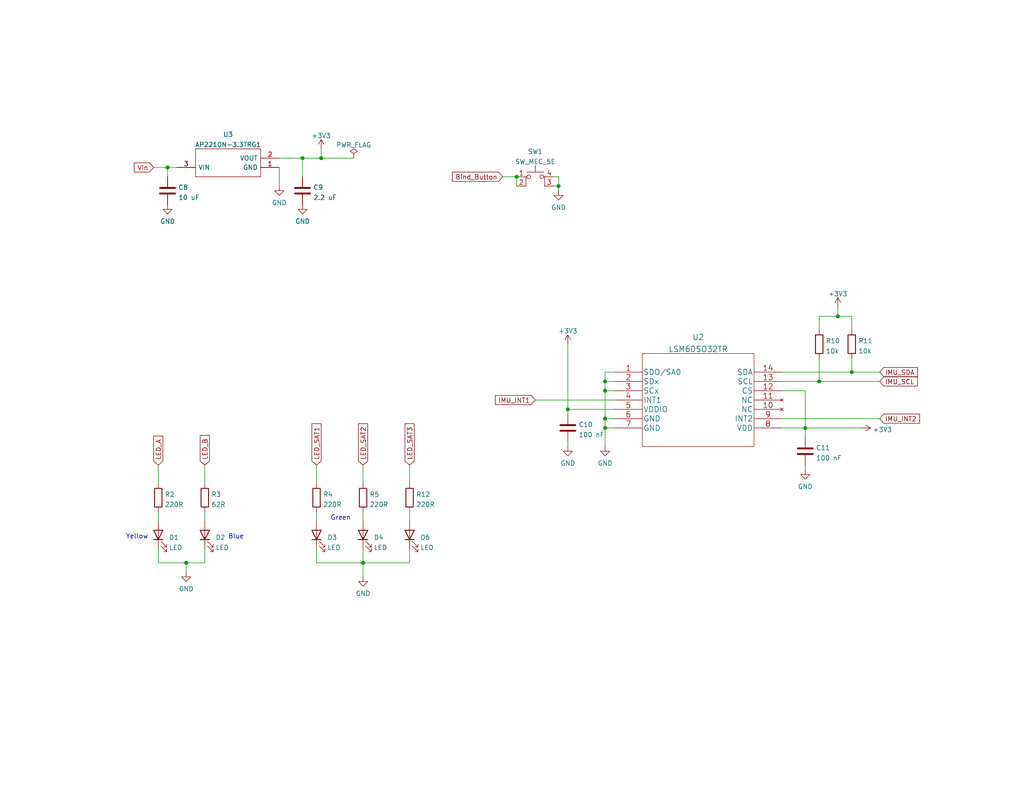
<source format=kicad_sch>
(kicad_sch (version 20211123) (generator eeschema)
  (paper "USLetter")
  (title_block (title "RX12G") (date "2022-04-25") (rev "1.0") (company "Quantum Embedded Systems"))
  (lib_symbols
    (symbol "Device:C" (pin_numbers hide) (pin_names (offset 0.254))
      (property "Reference" "C" (at 0.635 2.54 0))
      (property "Value" "C" (at 0.635 -2.54 0))
      (symbol "C_0_1"
        (polyline (pts (xy -2.032 -0.762) (xy 2.032 -0.762)) (stroke (width 0.508)))
        (polyline (pts (xy -2.032 0.762) (xy 2.032 0.762)) (stroke (width 0.508)))
      )
      (symbol "C_1_1"
        (pin passive line (at 0 3.81 270) (length 2.794) (name "~") (number "1"))
        (pin passive line (at 0 -3.81 90) (length 2.794) (name "~") (number "2"))
      )
    )
    (symbol "Device:LED" (pin_numbers hide) (pin_names (offset 1.016) hide)
      (property "Reference" "D" (at 0 2.54 0))
      (property "Value" "LED" (at 0 -2.54 0))
      (symbol "LED_0_1"
        (polyline (pts (xy -1.27 -1.27) (xy -1.27 1.27)) (stroke (width 0.254)))
        (polyline (pts (xy -1.27 0) (xy 1.27 0)))
        (polyline (pts (xy 1.27 -1.27) (xy 1.27 1.27) (xy -1.27 0) (xy 1.27 -1.27)) (stroke (width 0.254)))
        (polyline (pts (xy -3.048 -0.762) (xy -4.572 -2.286) (xy -3.81 -2.286) (xy -4.572 -2.286) (xy -4.572 -1.524)))
        (polyline (pts (xy -1.778 -0.762) (xy -3.302 -2.286) (xy -2.54 -2.286) (xy -3.302 -2.286) (xy -3.302 -1.524)))
      )
      (symbol "LED_1_1"
        (pin passive line (at -3.81 0 0) (length 2.54) (name "K") (number "1"))
        (pin passive line (at 3.81 0 180) (length 2.54) (name "A") (number "2"))
      )
    )
    (symbol "Device:R" (pin_numbers hide) (pin_names (offset 0))
      (property "Reference" "R" (at 2.032 0 90))
      (property "Value" "R" (at 0 0 90))
      (symbol "R_0_1"
        (rectangle (start -1.016 -2.54) (end 1.016 2.54) (stroke (width 0.254)))
      )
      (symbol "R_1_1"
        (pin passive line (at 0 3.81 270) (length 1.27) (name "~") (number "1"))
        (pin passive line (at 0 -3.81 90) (length 1.27) (name "~") (number "2"))
      )
    )
    (symbol "IMU:LSM6DSO32TR" (pin_names (offset 0.254))
      (property "Reference" "U" (at 22.86 10.16 0))
      (property "Value" "LSM6DSO32TR" (at 22.86 7.62 0))
      (symbol "LSM6DSO32TR_1_1"
        (polyline (pts (xy 7.62 -20.32) (xy 38.1 -20.32)) (stroke (width 0.127)))
        (polyline (pts (xy 7.62 5.08) (xy 7.62 -20.32)) (stroke (width 0.127)))
        (polyline (pts (xy 38.1 -20.32) (xy 38.1 5.08)) (stroke (width 0.127)))
        (polyline (pts (xy 38.1 5.08) (xy 7.62 5.08)) (stroke (width 0.127)))
        (pin bidirectional line (at 0 0 0) (length 7.62) (name "SDO/SA0") (number "1"))
        (pin no_connect line (at 45.72 -10.16 180) (length 7.62) (name "NC") (number "10"))
        (pin no_connect line (at 45.72 -7.62 180) (length 7.62) (name "NC") (number "11"))
        (pin input line (at 45.72 -5.08 180) (length 7.62) (name "CS") (number "12"))
        (pin input line (at 45.72 -2.54 180) (length 7.62) (name "SCL") (number "13"))
        (pin bidirectional line (at 45.72 0 180) (length 7.62) (name "SDA") (number "14"))
        (pin unspecified line (at 0 -2.54 0) (length 7.62) (name "SDx") (number "2"))
        (pin unspecified line (at 0 -5.08 0) (length 7.62) (name "SCx") (number "3"))
        (pin output line (at 0 -7.62 0) (length 7.62) (name "INT1") (number "4"))
        (pin power_in line (at 0 -10.16 0) (length 7.62) (name "VDDIO") (number "5"))
        (pin power_in line (at 0 -12.7 0) (length 7.62) (name "GND") (number "6"))
        (pin power_in line (at 0 -15.24 0) (length 7.62) (name "GND") (number "7"))
        (pin power_in line (at 45.72 -15.24 180) (length 7.62) (name "VDD") (number "8"))
        (pin output line (at 45.72 -12.7 180) (length 7.62) (name "INT2") (number "9"))
      )
    )
    (symbol "SamacSys_Parts:AP2210N-3.3TRG1" (pin_names (offset 0.762))
      (property "Reference" "IC" (at 24.13 7.62 0))
      (property "Value" "AP2210N-3.3TRG1" (at 24.13 5.08 0))
      (symbol "AP2210N-3.3TRG1_0_0"
        (pin passive line (at 0 0 0) (length 5.08) (name "GND") (number "1"))
        (pin passive line (at 0 -2.54 0) (length 5.08) (name "VOUT") (number "2"))
        (pin passive line (at 27.94 0 180) (length 5.08) (name "VIN") (number "3"))
      )
      (symbol "AP2210N-3.3TRG1_0_1"
        (polyline (pts (xy 5.08 2.54) (xy 22.86 2.54) (xy 22.86 -5.08) (xy 5.08 -5.08) (xy 5.08 2.54)) (stroke (width 0.1524)))
      )
    )
    (symbol "Switch:SW_MEC_5E" (pin_names (offset 1.016) hide)
      (property "Reference" "SW" (at 0.635 5.715 0))
      (property "Value" "SW_MEC_5E" (at 0 -3.175 0))
      (symbol "SW_MEC_5E_0_1"
        (circle (center -1.778 2.54) (radius 0.508))
        (polyline (pts (xy -2.286 3.81) (xy 2.286 3.81)))
        (polyline (pts (xy 0 3.81) (xy 0 5.588)))
        (polyline (pts (xy -2.54 0) (xy -2.54 2.54) (xy -2.286 2.54)))
        (polyline (pts (xy 2.54 0) (xy 2.54 2.54) (xy 2.286 2.54)))
        (circle (center 1.778 2.54) (radius 0.508))
        (pin passive line (at -5.08 2.54 0) (length 2.54) (name "1") (number "1"))
        (pin passive line (at -5.08 0 0) (length 2.54) (name "2") (number "2"))
        (pin passive line (at 5.08 0 180) (length 2.54) (name "K") (number "3"))
        (pin passive line (at 5.08 2.54 180) (length 2.54) (name "A") (number "4"))
      )
    )
    (symbol "power:+3V3" (power) (pin_names (offset 0))
      (property "Value" "+3V3" (at 0 3.556 0))
      (symbol "+3V3_0_1"
        (polyline (pts (xy -0.762 1.27) (xy 0 2.54)))
        (polyline (pts (xy 0 0) (xy 0 2.54)))
        (polyline (pts (xy 0 2.54) (xy 0.762 1.27)))
      )
      (symbol "+3V3_1_1"
        (pin power_in line (at 0 0 90) (length 0) hide (name "+3V3") (number "1"))
      )
    )
    (symbol "power:GND" (power) (pin_names (offset 0))
      (property "Value" "GND" (at 0 -3.81 0))
      (symbol "GND_0_1"
        (polyline (pts (xy 0 0) (xy 0 -1.27) (xy 1.27 -1.27) (xy 0 -2.54) (xy -1.27 -1.27) (xy 0 -1.27)))
      )
      (symbol "GND_1_1"
        (pin power_in line (at 0 0 270) (length 0) hide (name "GND") (number "1"))
      )
    )
    (symbol "power:PWR_FLAG" (power) (pin_numbers hide) (pin_names (offset 0) hide)
      (property "Value" "PWR_FLAG" (at 0 3.81 0))
      (symbol "PWR_FLAG_0_0"
        (pin power_out line (at 0 0 90) (length 0) (name "pwr") (number "1"))
      )
      (symbol "PWR_FLAG_0_1"
        (polyline (pts (xy 0 0) (xy 0 1.27) (xy -1.016 1.905) (xy 0 2.54) (xy 1.016 1.905) (xy 0 1.27)))
      )
    )
  )
  (junction (at 223.52 104.14))
  (junction (at 140.97 48.26))
  (junction (at 87.63 43.18))
  (junction (at 45.72 45.72))
  (junction (at 165.1 116.84))
  (junction (at 154.94 111.76))
  (junction (at 82.55 43.18))
  (junction (at 152.4 50.8))
  (junction (at 219.71 116.84))
  (junction (at 165.1 104.14))
  (junction (at 228.6 86.36))
  (junction (at 50.8 153.67))
  (junction (at 165.1 106.68))
  (junction (at 232.41 101.6))
  (junction (at 99.06 153.67))
  (junction (at 165.1 114.3))
  (wire (pts (xy 223.52 86.36) (xy 228.6 86.36)))
  (wire (pts (xy 165.1 101.6) (xy 165.1 104.14)))
  (wire (pts (xy 228.6 83.82) (xy 228.6 86.36)))
  (wire (pts (xy 165.1 106.68) (xy 167.64 106.68)))
  (wire (pts (xy 41.91 45.72) (xy 45.72 45.72)))
  (wire (pts (xy 99.06 153.67) (xy 111.76 153.67)))
  (wire (pts (xy 86.36 153.67) (xy 99.06 153.67)))
  (wire (pts (xy 154.94 120.65) (xy 154.94 121.92)))
  (wire (pts (xy 213.36 106.68) (xy 219.71 106.68)))
  (wire (pts (xy 232.41 97.79) (xy 232.41 101.6)))
  (wire (pts (xy 111.76 139.7) (xy 111.76 142.24)))
  (wire (pts (xy 45.72 45.72) (xy 48.26 45.72)))
  (wire (pts (xy 223.52 90.17) (xy 223.52 86.36)))
  (wire (pts (xy 137.16 48.26) (xy 140.97 48.26)))
  (wire (pts (xy 43.18 149.86) (xy 43.18 153.67)))
  (wire (pts (xy 45.72 45.72) (xy 45.72 48.26)))
  (wire (pts (xy 111.76 127) (xy 111.76 132.08)))
  (wire (pts (xy 151.13 50.8) (xy 152.4 50.8)))
  (wire (pts (xy 223.52 97.79) (xy 223.52 104.14)))
  (wire (pts (xy 111.76 153.67) (xy 111.76 149.86)))
  (wire (pts (xy 232.41 101.6) (xy 240.03 101.6)))
  (wire (pts (xy 76.2 43.18) (xy 82.55 43.18)))
  (wire (pts (xy 165.1 106.68) (xy 165.1 114.3)))
  (wire (pts (xy 55.88 153.67) (xy 55.88 149.86)))
  (wire (pts (xy 152.4 48.26) (xy 152.4 50.8)))
  (wire (pts (xy 99.06 139.7) (xy 99.06 142.24)))
  (wire (pts (xy 219.71 106.68) (xy 219.71 116.84)))
  (wire (pts (xy 99.06 153.67) (xy 99.06 157.48)))
  (wire (pts (xy 154.94 93.98) (xy 154.94 111.76)))
  (wire (pts (xy 219.71 116.84) (xy 219.71 119.38)))
  (wire (pts (xy 146.05 109.22) (xy 167.64 109.22)))
  (wire (pts (xy 165.1 104.14) (xy 165.1 106.68)))
  (wire (pts (xy 86.36 149.86) (xy 86.36 153.67)))
  (wire (pts (xy 213.36 101.6) (xy 232.41 101.6)))
  (wire (pts (xy 167.64 101.6) (xy 165.1 101.6)))
  (wire (pts (xy 165.1 114.3) (xy 167.64 114.3)))
  (wire (pts (xy 55.88 139.7) (xy 55.88 142.24)))
  (wire (pts (xy 167.64 111.76) (xy 154.94 111.76)))
  (wire (pts (xy 213.36 114.3) (xy 240.03 114.3)))
  (wire (pts (xy 165.1 116.84) (xy 167.64 116.84)))
  (wire (pts (xy 43.18 153.67) (xy 50.8 153.67)))
  (wire (pts (xy 213.36 116.84) (xy 219.71 116.84)))
  (wire (pts (xy 228.6 86.36) (xy 232.41 86.36)))
  (wire (pts (xy 152.4 50.8) (xy 152.4 52.07)))
  (wire (pts (xy 86.36 127) (xy 86.36 132.08)))
  (wire (pts (xy 50.8 153.67) (xy 50.8 156.21)))
  (wire (pts (xy 219.71 127) (xy 219.71 128.27)))
  (wire (pts (xy 55.88 127) (xy 55.88 132.08)))
  (wire (pts (xy 151.13 48.26) (xy 152.4 48.26)))
  (wire (pts (xy 86.36 139.7) (xy 86.36 142.24)))
  (wire (pts (xy 87.63 40.64) (xy 87.63 43.18)))
  (wire (pts (xy 43.18 127) (xy 43.18 132.08)))
  (wire (pts (xy 165.1 116.84) (xy 165.1 121.92)))
  (wire (pts (xy 140.97 48.26) (xy 140.97 50.8)))
  (wire (pts (xy 76.2 45.72) (xy 76.2 50.8)))
  (wire (pts (xy 43.18 139.7) (xy 43.18 142.24)))
  (wire (pts (xy 232.41 86.36) (xy 232.41 90.17)))
  (wire (pts (xy 82.55 43.18) (xy 82.55 48.26)))
  (wire (pts (xy 154.94 111.76) (xy 154.94 113.03)))
  (wire (pts (xy 165.1 114.3) (xy 165.1 116.84)))
  (wire (pts (xy 82.55 43.18) (xy 87.63 43.18)))
  (wire (pts (xy 99.06 127) (xy 99.06 132.08)))
  (wire (pts (xy 219.71 116.84) (xy 234.95 116.84)))
  (wire (pts (xy 50.8 153.67) (xy 55.88 153.67)))
  (wire (pts (xy 213.36 104.14) (xy 223.52 104.14)))
  (wire (pts (xy 96.52 43.18) (xy 87.63 43.18)))
  (wire (pts (xy 99.06 153.67) (xy 99.06 149.86)))
  (wire (pts (xy 165.1 104.14) (xy 167.64 104.14)))
  (wire (pts (xy 223.52 104.14) (xy 240.03 104.14)))
  (text "Blue" (at 62.23 147.32 0) (effects (font (size 1.27 1.27)) (justify left bottom)))
  (text "Yellow" (at 34.29 147.32 0) (effects (font (size 1.27 1.27)) (justify left bottom)))
  (text "Green" (at 90.17 142.24 0) (effects (font (size 1.27 1.27)) (justify left bottom)))
  (global_label "Bind_Button" (shape input) (at 137.16 48.26 180) (property "Intersheet References" "${INTERSHEET_REFS}" (effects hide)))
  (global_label "LED_A" (shape input) (at 43.18 127 90) (property "Intersheet References" "${INTERSHEET_REFS}" (effects hide)))
  (global_label "LED_SAT2" (shape input) (at 99.06 127 90) (property "Intersheet References" "${INTERSHEET_REFS}" (effects hide)))
  (global_label "IMU_SDA" (shape input) (at 240.03 101.6 0) (property "Intersheet References" "${INTERSHEET_REFS}" (effects hide)))
  (global_label "IMU_INT2" (shape input) (at 240.03 114.3 0) (property "Intersheet References" "${INTERSHEET_REFS}" (effects hide)))
  (global_label "LED_B" (shape input) (at 55.88 127 90) (property "Intersheet References" "${INTERSHEET_REFS}" (effects hide)))
  (global_label "LED_SAT3" (shape input) (at 111.76 127 90) (property "Intersheet References" "${INTERSHEET_REFS}" (effects hide)))
  (global_label "IMU_INT1" (shape input) (at 146.05 109.22 180) (property "Intersheet References" "${INTERSHEET_REFS}" (effects hide)))
  (global_label "Vin" (shape input) (at 41.91 45.72 180) (property "Intersheet References" "${INTERSHEET_REFS}" (effects hide)))
  (global_label "LED_SAT1" (shape input) (at 86.36 127 90) (property "Intersheet References" "${INTERSHEET_REFS}" (effects hide)))
  (global_label "IMU_SCL" (shape input) (at 240.03 104.14 0) (property "Intersheet References" "${INTERSHEET_REFS}" (effects hide)))
  (symbol (lib_id "IMU:LSM6DSO32TR") (at 167.64 101.6 0) (unit 1)
    (property "Reference" "U2" (at 190.5 92.0526 0) (effects (font (size 1.524 1.524))))
    (property "Value" "LSM6DSO32TR" (at 190.5 95.3316 0) (effects (font (size 1.524 1.524))))
    (property "Footprint" "IMU:LSM6DSO32TR" (effects hide))
  )
  (symbol (lib_id "Switch:SW_MEC_5E") (at 146.05 50.8 0) (unit 1)
    (property "Reference" "SW1" (at 146.05 41.3725 0))
    (property "Value" "SW_MEC_5E" (at 146.05 44.1476 0))
    (property "Footprint" "SamacSys Parts:PTS647SK38SMTR2LFS" (effects hide))
    (property "Datasheet" "http://www.apem.com/int/index.php?controller=attachment&id_attachment=1371" (effects hide))
  )
  (symbol (lib_id "power:GND") (at 99.06 157.48 0) (unit 1)
    (property "Reference" "#PWR0126" (effects hide))
    (property "Value" "GND" (at 99.06 162.0425 0))
  )
  (symbol (lib_id "Device:R") (at 55.88 135.89 0) (unit 1)
    (property "Reference" "R3" (at 57.658 134.9815 0) (effects (justify left)))
    (property "Value" "62R" (at 57.658 137.7566 0) (effects (justify left)))
    (property "Footprint" "Resistor_SMD:R_0603_1608Metric" (effects hide))
  )
  (symbol (lib_id "power:GND") (at 219.71 128.27 0) (unit 1)
    (property "Reference" "#PWR04" (effects hide))
    (property "Value" "GND" (at 219.71 132.8325 0))
  )
  (symbol (lib_id "power:+3V3") (at 234.95 116.84 270) (unit 1)
    (property "Reference" "#PWR06" (effects hide))
    (property "Value" "+3V3" (at 238.125 117.319 90) (effects (justify left)))
  )
  (symbol (lib_id "Device:LED") (at 43.18 146.05 90) (unit 1)
    (property "Reference" "D1" (at 46.101 146.729 90) (effects (justify right)))
    (property "Value" "LED" (at 46.101 149.5041 90) (effects (justify right)))
    (property "Footprint" "LED_SMD:LED_0603_1608Metric" (effects hide))
  )
  (symbol (lib_id "power:GND") (at 154.94 121.92 0) (unit 1)
    (property "Reference" "#PWR02" (effects hide))
    (property "Value" "GND" (at 154.94 126.4825 0))
  )
  (symbol (lib_id "power:GND") (at 45.72 55.88 0) (unit 1)
    (property "Reference" "#PWR0121" (effects hide))
    (property "Value" "GND" (at 45.72 60.4425 0))
  )
  (symbol (lib_id "power:GND") (at 165.1 121.92 0) (unit 1)
    (property "Reference" "#PWR03" (effects hide))
    (property "Value" "GND" (at 165.1 126.4825 0))
  )
  (symbol (lib_id "power:+3V3") (at 154.94 93.98 0) (unit 1)
    (property "Reference" "#PWR01" (effects hide))
    (property "Value" "+3V3" (at 154.94 90.3755 0))
  )
  (symbol (lib_id "Device:C") (at 154.94 116.84 0) (unit 1)
    (property "Reference" "C10" (at 157.861 115.9315 0) (effects (justify left)))
    (property "Value" "100 nF" (at 157.861 118.7066 0) (effects (justify left)))
    (property "Footprint" "Capacitor_SMD:C_0402_1005Metric" (effects hide))
  )
  (symbol (lib_id "Device:LED") (at 55.88 146.05 90) (unit 1)
    (property "Reference" "D2" (at 58.801 146.729 90) (effects (justify right)))
    (property "Value" "LED" (at 58.801 149.5041 90) (effects (justify right)))
    (property "Footprint" "LED_SMD:LED_0603_1608Metric" (effects hide))
  )
  (symbol (lib_id "Device:R") (at 86.36 135.89 0) (unit 1)
    (property "Reference" "R4" (at 88.138 134.9815 0) (effects (justify left)))
    (property "Value" "220R" (at 88.138 137.7566 0) (effects (justify left)))
    (property "Footprint" "Resistor_SMD:R_0603_1608Metric" (effects hide))
  )
  (symbol (lib_id "power:GND") (at 152.4 52.07 0) (unit 1)
    (property "Reference" "#PWR0122" (effects hide))
    (property "Value" "GND" (at 152.4 56.6325 0))
  )
  (symbol (lib_id "Device:C") (at 82.55 52.07 0) (unit 1)
    (property "Reference" "C9" (at 85.471 51.1615 0) (effects (justify left)))
    (property "Value" "2.2 uF" (at 85.471 53.9366 0) (effects (justify left)))
    (property "Footprint" "Capacitor_SMD:C_0603_1608Metric" (effects hide))
  )
  (symbol (lib_id "Device:R") (at 223.52 93.98 0) (unit 1)
    (property "Reference" "R10" (at 225.298 93.0715 0) (effects (justify left)))
    (property "Value" "10k" (at 225.298 95.8466 0) (effects (justify left)))
    (property "Footprint" "Resistor_SMD:R_0603_1608Metric" (effects hide))
  )
  (symbol (lib_id "Device:C") (at 45.72 52.07 0) (unit 1)
    (property "Reference" "C8" (at 48.641 51.1615 0) (effects (justify left)))
    (property "Value" "10 uF" (at 48.641 53.9366 0) (effects (justify left)))
    (property "Footprint" "Capacitor_SMD:C_0603_1608Metric" (effects hide))
  )
  (symbol (lib_id "Device:C") (at 219.71 123.19 0) (unit 1)
    (property "Reference" "C11" (at 222.631 122.2815 0) (effects (justify left)))
    (property "Value" "100 nF" (at 222.631 125.0566 0) (effects (justify left)))
    (property "Footprint" "Capacitor_SMD:C_0402_1005Metric" (effects hide))
  )
  (symbol (lib_id "Device:LED") (at 99.06 146.05 90) (unit 1)
    (property "Reference" "D4" (at 101.981 146.729 90) (effects (justify right)))
    (property "Value" "LED" (at 101.981 149.5041 90) (effects (justify right)))
    (property "Footprint" "LED_SMD:LED_0603_1608Metric" (effects hide))
  )
  (symbol (lib_id "power:PWR_FLAG") (at 96.52 43.18 0) (unit 1)
    (property "Reference" "#FLG0101" (effects hide))
    (property "Value" "PWR_FLAG" (at 96.52 39.5755 0))
  )
  (symbol (lib_id "Device:R") (at 43.18 135.89 0) (unit 1)
    (property "Reference" "R2" (at 44.958 134.9815 0) (effects (justify left)))
    (property "Value" "220R" (at 44.958 137.7566 0) (effects (justify left)))
    (property "Footprint" "Resistor_SMD:R_0603_1608Metric" (effects hide))
  )
  (symbol (lib_id "Device:LED") (at 111.76 146.05 90) (unit 1)
    (property "Reference" "D6" (at 114.681 146.729 90) (effects (justify right)))
    (property "Value" "LED" (at 114.681 149.5041 90) (effects (justify right)))
    (property "Footprint" "LED_SMD:LED_0603_1608Metric" (effects hide))
  )
  (symbol (lib_id "Device:R") (at 111.76 135.89 0) (unit 1)
    (property "Reference" "R12" (at 113.538 134.9815 0) (effects (justify left)))
    (property "Value" "220R" (at 113.538 137.7566 0) (effects (justify left)))
    (property "Footprint" "Resistor_SMD:R_0603_1608Metric" (effects hide))
  )
  (symbol (lib_id "Device:R") (at 232.41 93.98 0) (unit 1)
    (property "Reference" "R11" (at 234.188 93.0715 0) (effects (justify left)))
    (property "Value" "10k" (at 234.188 95.8466 0) (effects (justify left)))
    (property "Footprint" "Resistor_SMD:R_0603_1608Metric" (effects hide))
  )
  (symbol (lib_id "power:+3V3") (at 228.6 83.82 0) (unit 1)
    (property "Reference" "#PWR05" (effects hide))
    (property "Value" "+3V3" (at 228.6 80.2155 0))
  )
  (symbol (lib_id "power:GND") (at 50.8 156.21 0) (unit 1)
    (property "Reference" "#PWR0127" (effects hide))
    (property "Value" "GND" (at 50.8 160.7725 0))
  )
  (symbol (lib_id "power:GND") (at 82.55 55.88 0) (unit 1)
    (property "Reference" "#PWR0125" (effects hide))
    (property "Value" "GND" (at 82.55 60.4425 0))
  )
  (symbol (lib_id "Device:LED") (at 86.36 146.05 90) (unit 1)
    (property "Reference" "D3" (at 89.281 146.729 90) (effects (justify right)))
    (property "Value" "LED" (at 89.281 149.5041 90) (effects (justify right)))
    (property "Footprint" "LED_SMD:LED_0603_1608Metric" (effects hide))
  )
  (symbol (lib_id "power:GND") (at 76.2 50.8 0) (unit 1)
    (property "Reference" "#PWR0124" (effects hide))
    (property "Value" "GND" (at 76.2 55.3625 0))
  )
  (symbol (lib_id "Device:R") (at 99.06 135.89 0) (unit 1)
    (property "Reference" "R5" (at 100.838 134.9815 0) (effects (justify left)))
    (property "Value" "220R" (at 100.838 137.7566 0) (effects (justify left)))
    (property "Footprint" "Resistor_SMD:R_0603_1608Metric" (effects hide))
  )
  (symbol (lib_id "SamacSys_Parts:AP2210N-3.3TRG1") (at 76.2 45.72 180) (unit 1)
    (property "Reference" "U3" (at 62.23 36.7243 0))
    (property "Value" "AP2210N-3.3TRG1" (at 62.23 39.4994 0))
    (property "Footprint" "SamacSys Parts:SOT95P280X145-3N" (effects hide))
    (property "Description" "DiodesZetex AP2210N-3.3TRG1, Low Noise LDO Voltage Regulator, 300mA, 3.3 V +/-2%, 2.5  13.2 Vin, 3-Pin SOT-23" (effects hide))
    (property "Height" "1.45" (effects hide))
    (property "Mouser Part Number" "621-AP2210N-3.3TRG1" (effects hide))
    (property "Mouser Price/Stock" "https://www.mouser.co.uk/ProductDetail/Diodes-Incorporated/AP2210N-33TRG1?qs=x6A8l6qLYDCg5Ghihwjj3A%3D%3D" (effects hide))
    (property "Manufacturer_Name" "Diodes Inc." (effects hide))
    (property "Manufacturer_Part_Number" "AP2210N-3.3TRG1" (effects hide))
  )
  (symbol (lib_id "power:+3V3") (at 87.63 40.64 0) (unit 1)
    (property "Reference" "#PWR0123" (effects hide))
    (property "Value" "+3V3" (at 87.63 37.0355 0))
  )
)
</source>
